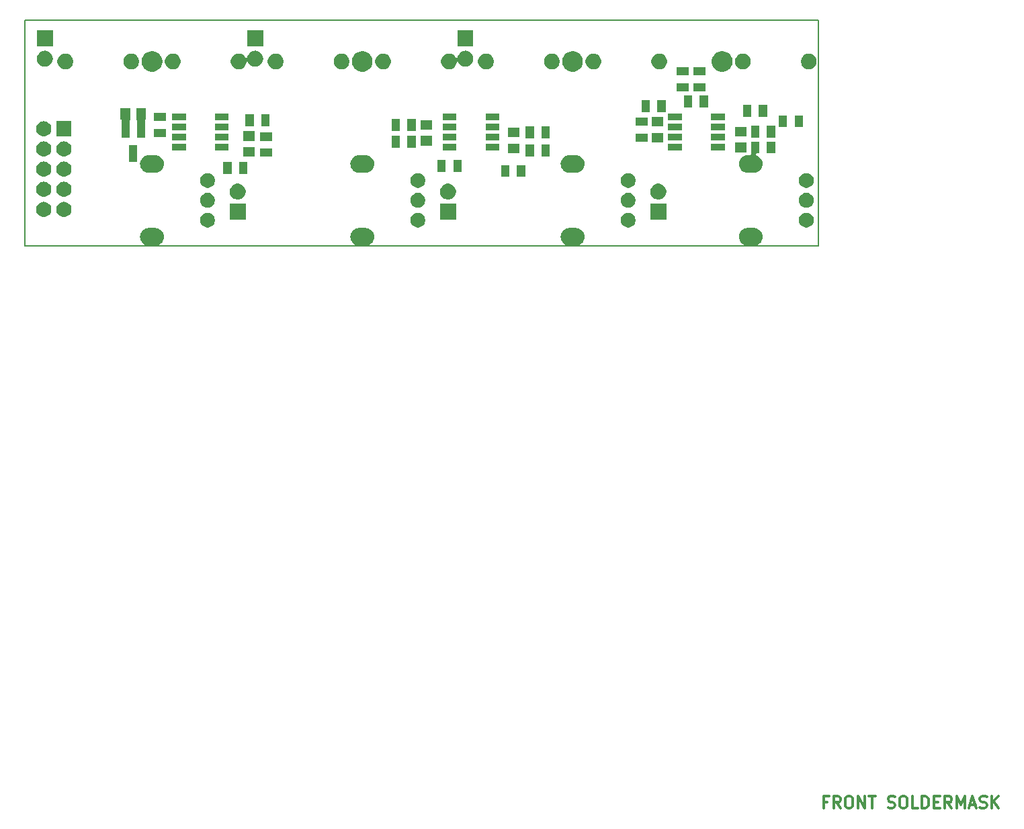
<source format=gts>
G04 #@! TF.GenerationSoftware,KiCad,Pcbnew,(5.0.1)-3*
G04 #@! TF.CreationDate,2019-07-10T07:46:58-07:00*
G04 #@! TF.ProjectId,active_3attMix_v2,6163746976655F336174744D69785F76,V3*
G04 #@! TF.SameCoordinates,Original*
G04 #@! TF.FileFunction,Soldermask,Top*
G04 #@! TF.FilePolarity,Negative*
%FSLAX46Y46*%
G04 Gerber Fmt 4.6, Leading zero omitted, Abs format (unit mm)*
G04 Created by KiCad (PCBNEW (5.0.1)-3) date 7/10/2019 7:46:58 AM*
%MOMM*%
%LPD*%
G01*
G04 APERTURE LIST*
%ADD10C,0.300000*%
%ADD11C,0.150000*%
%ADD12C,0.100000*%
G04 APERTURE END LIST*
D10*
X199616642Y-189313357D02*
X199116642Y-189313357D01*
X199116642Y-190099071D02*
X199116642Y-188599071D01*
X199830928Y-188599071D01*
X201259500Y-190099071D02*
X200759500Y-189384785D01*
X200402357Y-190099071D02*
X200402357Y-188599071D01*
X200973785Y-188599071D01*
X201116642Y-188670500D01*
X201188071Y-188741928D01*
X201259500Y-188884785D01*
X201259500Y-189099071D01*
X201188071Y-189241928D01*
X201116642Y-189313357D01*
X200973785Y-189384785D01*
X200402357Y-189384785D01*
X202188071Y-188599071D02*
X202473785Y-188599071D01*
X202616642Y-188670500D01*
X202759500Y-188813357D01*
X202830928Y-189099071D01*
X202830928Y-189599071D01*
X202759500Y-189884785D01*
X202616642Y-190027642D01*
X202473785Y-190099071D01*
X202188071Y-190099071D01*
X202045214Y-190027642D01*
X201902357Y-189884785D01*
X201830928Y-189599071D01*
X201830928Y-189099071D01*
X201902357Y-188813357D01*
X202045214Y-188670500D01*
X202188071Y-188599071D01*
X203473785Y-190099071D02*
X203473785Y-188599071D01*
X204330928Y-190099071D01*
X204330928Y-188599071D01*
X204830928Y-188599071D02*
X205688071Y-188599071D01*
X205259500Y-190099071D02*
X205259500Y-188599071D01*
X207259500Y-190027642D02*
X207473785Y-190099071D01*
X207830928Y-190099071D01*
X207973785Y-190027642D01*
X208045214Y-189956214D01*
X208116642Y-189813357D01*
X208116642Y-189670500D01*
X208045214Y-189527642D01*
X207973785Y-189456214D01*
X207830928Y-189384785D01*
X207545214Y-189313357D01*
X207402357Y-189241928D01*
X207330928Y-189170500D01*
X207259500Y-189027642D01*
X207259500Y-188884785D01*
X207330928Y-188741928D01*
X207402357Y-188670500D01*
X207545214Y-188599071D01*
X207902357Y-188599071D01*
X208116642Y-188670500D01*
X209045214Y-188599071D02*
X209330928Y-188599071D01*
X209473785Y-188670500D01*
X209616642Y-188813357D01*
X209688071Y-189099071D01*
X209688071Y-189599071D01*
X209616642Y-189884785D01*
X209473785Y-190027642D01*
X209330928Y-190099071D01*
X209045214Y-190099071D01*
X208902357Y-190027642D01*
X208759500Y-189884785D01*
X208688071Y-189599071D01*
X208688071Y-189099071D01*
X208759500Y-188813357D01*
X208902357Y-188670500D01*
X209045214Y-188599071D01*
X211045214Y-190099071D02*
X210330928Y-190099071D01*
X210330928Y-188599071D01*
X211545214Y-190099071D02*
X211545214Y-188599071D01*
X211902357Y-188599071D01*
X212116642Y-188670500D01*
X212259500Y-188813357D01*
X212330928Y-188956214D01*
X212402357Y-189241928D01*
X212402357Y-189456214D01*
X212330928Y-189741928D01*
X212259500Y-189884785D01*
X212116642Y-190027642D01*
X211902357Y-190099071D01*
X211545214Y-190099071D01*
X213045214Y-189313357D02*
X213545214Y-189313357D01*
X213759500Y-190099071D02*
X213045214Y-190099071D01*
X213045214Y-188599071D01*
X213759500Y-188599071D01*
X215259500Y-190099071D02*
X214759500Y-189384785D01*
X214402357Y-190099071D02*
X214402357Y-188599071D01*
X214973785Y-188599071D01*
X215116642Y-188670500D01*
X215188071Y-188741928D01*
X215259500Y-188884785D01*
X215259500Y-189099071D01*
X215188071Y-189241928D01*
X215116642Y-189313357D01*
X214973785Y-189384785D01*
X214402357Y-189384785D01*
X215902357Y-190099071D02*
X215902357Y-188599071D01*
X216402357Y-189670500D01*
X216902357Y-188599071D01*
X216902357Y-190099071D01*
X217545214Y-189670500D02*
X218259500Y-189670500D01*
X217402357Y-190099071D02*
X217902357Y-188599071D01*
X218402357Y-190099071D01*
X218830928Y-190027642D02*
X219045214Y-190099071D01*
X219402357Y-190099071D01*
X219545214Y-190027642D01*
X219616642Y-189956214D01*
X219688071Y-189813357D01*
X219688071Y-189670500D01*
X219616642Y-189527642D01*
X219545214Y-189456214D01*
X219402357Y-189384785D01*
X219116642Y-189313357D01*
X218973785Y-189241928D01*
X218902357Y-189170500D01*
X218830928Y-189027642D01*
X218830928Y-188884785D01*
X218902357Y-188741928D01*
X218973785Y-188670500D01*
X219116642Y-188599071D01*
X219473785Y-188599071D01*
X219688071Y-188670500D01*
X220330928Y-190099071D02*
X220330928Y-188599071D01*
X221188071Y-190099071D02*
X220545214Y-189241928D01*
X221188071Y-188599071D02*
X220330928Y-189456214D01*
D11*
X98501100Y-119238600D02*
X198501100Y-119238600D01*
X198501100Y-119238600D02*
X198501100Y-90768600D01*
X198501100Y-90768600D02*
X98501100Y-90768600D01*
X98501100Y-90768600D02*
X98501100Y-119238600D01*
D12*
G36*
X141615639Y-117015916D02*
X141822986Y-117078815D01*
X141822988Y-117078816D01*
X142014084Y-117180958D01*
X142181581Y-117318419D01*
X142319042Y-117485916D01*
X142421184Y-117677012D01*
X142484084Y-117884362D01*
X142505322Y-118100000D01*
X142484084Y-118315638D01*
X142421184Y-118522988D01*
X142319042Y-118714084D01*
X142181581Y-118881581D01*
X142014084Y-119019042D01*
X141822988Y-119121184D01*
X141822986Y-119121185D01*
X141615639Y-119184084D01*
X141454038Y-119200000D01*
X140545962Y-119200000D01*
X140384361Y-119184084D01*
X140177014Y-119121185D01*
X140177012Y-119121184D01*
X139985916Y-119019042D01*
X139818419Y-118881581D01*
X139680958Y-118714084D01*
X139578816Y-118522988D01*
X139515916Y-118315638D01*
X139494678Y-118100000D01*
X139515916Y-117884362D01*
X139578816Y-117677012D01*
X139680958Y-117485916D01*
X139818419Y-117318419D01*
X139985916Y-117180958D01*
X140177012Y-117078816D01*
X140177014Y-117078815D01*
X140384361Y-117015916D01*
X140545962Y-117000000D01*
X141454038Y-117000000D01*
X141615639Y-117015916D01*
X141615639Y-117015916D01*
G37*
G36*
X168115639Y-117015916D02*
X168322986Y-117078815D01*
X168322988Y-117078816D01*
X168514084Y-117180958D01*
X168681581Y-117318419D01*
X168819042Y-117485916D01*
X168921184Y-117677012D01*
X168984084Y-117884362D01*
X169005322Y-118100000D01*
X168984084Y-118315638D01*
X168921184Y-118522988D01*
X168819042Y-118714084D01*
X168681581Y-118881581D01*
X168514084Y-119019042D01*
X168322988Y-119121184D01*
X168322986Y-119121185D01*
X168115639Y-119184084D01*
X167954038Y-119200000D01*
X167045962Y-119200000D01*
X166884361Y-119184084D01*
X166677014Y-119121185D01*
X166677012Y-119121184D01*
X166485916Y-119019042D01*
X166318419Y-118881581D01*
X166180958Y-118714084D01*
X166078816Y-118522988D01*
X166015916Y-118315638D01*
X165994678Y-118100000D01*
X166015916Y-117884362D01*
X166078816Y-117677012D01*
X166180958Y-117485916D01*
X166318419Y-117318419D01*
X166485916Y-117180958D01*
X166677012Y-117078816D01*
X166677014Y-117078815D01*
X166884361Y-117015916D01*
X167045962Y-117000000D01*
X167954038Y-117000000D01*
X168115639Y-117015916D01*
X168115639Y-117015916D01*
G37*
G36*
X190565639Y-117015916D02*
X190772986Y-117078815D01*
X190772988Y-117078816D01*
X190964084Y-117180958D01*
X191131581Y-117318419D01*
X191269042Y-117485916D01*
X191371184Y-117677012D01*
X191434084Y-117884362D01*
X191455322Y-118100000D01*
X191434084Y-118315638D01*
X191371184Y-118522988D01*
X191269042Y-118714084D01*
X191131581Y-118881581D01*
X190964084Y-119019042D01*
X190772988Y-119121184D01*
X190772986Y-119121185D01*
X190565639Y-119184084D01*
X190404038Y-119200000D01*
X189495962Y-119200000D01*
X189334361Y-119184084D01*
X189127014Y-119121185D01*
X189127012Y-119121184D01*
X188935916Y-119019042D01*
X188768419Y-118881581D01*
X188630958Y-118714084D01*
X188528816Y-118522988D01*
X188465916Y-118315638D01*
X188444678Y-118100000D01*
X188465916Y-117884362D01*
X188528816Y-117677012D01*
X188630958Y-117485916D01*
X188768419Y-117318419D01*
X188935916Y-117180958D01*
X189127012Y-117078816D01*
X189127014Y-117078815D01*
X189334361Y-117015916D01*
X189495962Y-117000000D01*
X190404038Y-117000000D01*
X190565639Y-117015916D01*
X190565639Y-117015916D01*
G37*
G36*
X115115639Y-117015916D02*
X115322986Y-117078815D01*
X115322988Y-117078816D01*
X115514084Y-117180958D01*
X115681581Y-117318419D01*
X115819042Y-117485916D01*
X115921184Y-117677012D01*
X115984084Y-117884362D01*
X116005322Y-118100000D01*
X115984084Y-118315638D01*
X115921184Y-118522988D01*
X115819042Y-118714084D01*
X115681581Y-118881581D01*
X115514084Y-119019042D01*
X115322988Y-119121184D01*
X115322986Y-119121185D01*
X115115639Y-119184084D01*
X114954038Y-119200000D01*
X114045962Y-119200000D01*
X113884361Y-119184084D01*
X113677014Y-119121185D01*
X113677012Y-119121184D01*
X113485916Y-119019042D01*
X113318419Y-118881581D01*
X113180958Y-118714084D01*
X113078816Y-118522988D01*
X113015916Y-118315638D01*
X112994678Y-118100000D01*
X113015916Y-117884362D01*
X113078816Y-117677012D01*
X113180958Y-117485916D01*
X113318419Y-117318419D01*
X113485916Y-117180958D01*
X113677012Y-117078816D01*
X113677014Y-117078815D01*
X113884361Y-117015916D01*
X114045962Y-117000000D01*
X114954038Y-117000000D01*
X115115639Y-117015916D01*
X115115639Y-117015916D01*
G37*
G36*
X197223663Y-115097854D02*
X197394405Y-115168578D01*
X197548068Y-115271252D01*
X197678748Y-115401932D01*
X197781422Y-115555595D01*
X197852146Y-115726337D01*
X197888200Y-115907595D01*
X197888200Y-116092405D01*
X197852146Y-116273663D01*
X197781422Y-116444405D01*
X197678748Y-116598068D01*
X197548068Y-116728748D01*
X197394405Y-116831422D01*
X197223663Y-116902146D01*
X197042405Y-116938200D01*
X196857595Y-116938200D01*
X196676337Y-116902146D01*
X196505595Y-116831422D01*
X196351932Y-116728748D01*
X196221252Y-116598068D01*
X196118578Y-116444405D01*
X196047854Y-116273663D01*
X196011800Y-116092405D01*
X196011800Y-115907595D01*
X196047854Y-115726337D01*
X196118578Y-115555595D01*
X196221252Y-115401932D01*
X196351932Y-115271252D01*
X196505595Y-115168578D01*
X196676337Y-115097854D01*
X196857595Y-115061800D01*
X197042405Y-115061800D01*
X197223663Y-115097854D01*
X197223663Y-115097854D01*
G37*
G36*
X174773663Y-115097854D02*
X174944405Y-115168578D01*
X175098068Y-115271252D01*
X175228748Y-115401932D01*
X175331422Y-115555595D01*
X175402146Y-115726337D01*
X175438200Y-115907595D01*
X175438200Y-116092405D01*
X175402146Y-116273663D01*
X175331422Y-116444405D01*
X175228748Y-116598068D01*
X175098068Y-116728748D01*
X174944405Y-116831422D01*
X174773663Y-116902146D01*
X174592405Y-116938200D01*
X174407595Y-116938200D01*
X174226337Y-116902146D01*
X174055595Y-116831422D01*
X173901932Y-116728748D01*
X173771252Y-116598068D01*
X173668578Y-116444405D01*
X173597854Y-116273663D01*
X173561800Y-116092405D01*
X173561800Y-115907595D01*
X173597854Y-115726337D01*
X173668578Y-115555595D01*
X173771252Y-115401932D01*
X173901932Y-115271252D01*
X174055595Y-115168578D01*
X174226337Y-115097854D01*
X174407595Y-115061800D01*
X174592405Y-115061800D01*
X174773663Y-115097854D01*
X174773663Y-115097854D01*
G37*
G36*
X148273663Y-115097854D02*
X148444405Y-115168578D01*
X148598068Y-115271252D01*
X148728748Y-115401932D01*
X148831422Y-115555595D01*
X148902146Y-115726337D01*
X148938200Y-115907595D01*
X148938200Y-116092405D01*
X148902146Y-116273663D01*
X148831422Y-116444405D01*
X148728748Y-116598068D01*
X148598068Y-116728748D01*
X148444405Y-116831422D01*
X148273663Y-116902146D01*
X148092405Y-116938200D01*
X147907595Y-116938200D01*
X147726337Y-116902146D01*
X147555595Y-116831422D01*
X147401932Y-116728748D01*
X147271252Y-116598068D01*
X147168578Y-116444405D01*
X147097854Y-116273663D01*
X147061800Y-116092405D01*
X147061800Y-115907595D01*
X147097854Y-115726337D01*
X147168578Y-115555595D01*
X147271252Y-115401932D01*
X147401932Y-115271252D01*
X147555595Y-115168578D01*
X147726337Y-115097854D01*
X147907595Y-115061800D01*
X148092405Y-115061800D01*
X148273663Y-115097854D01*
X148273663Y-115097854D01*
G37*
G36*
X121773663Y-115097854D02*
X121944405Y-115168578D01*
X122098068Y-115271252D01*
X122228748Y-115401932D01*
X122331422Y-115555595D01*
X122402146Y-115726337D01*
X122438200Y-115907595D01*
X122438200Y-116092405D01*
X122402146Y-116273663D01*
X122331422Y-116444405D01*
X122228748Y-116598068D01*
X122098068Y-116728748D01*
X121944405Y-116831422D01*
X121773663Y-116902146D01*
X121592405Y-116938200D01*
X121407595Y-116938200D01*
X121226337Y-116902146D01*
X121055595Y-116831422D01*
X120901932Y-116728748D01*
X120771252Y-116598068D01*
X120668578Y-116444405D01*
X120597854Y-116273663D01*
X120561800Y-116092405D01*
X120561800Y-115907595D01*
X120597854Y-115726337D01*
X120668578Y-115555595D01*
X120771252Y-115401932D01*
X120901932Y-115271252D01*
X121055595Y-115168578D01*
X121226337Y-115097854D01*
X121407595Y-115061800D01*
X121592405Y-115061800D01*
X121773663Y-115097854D01*
X121773663Y-115097854D01*
G37*
G36*
X126300000Y-115940000D02*
X124300000Y-115940000D01*
X124300000Y-113940000D01*
X126300000Y-113940000D01*
X126300000Y-115940000D01*
X126300000Y-115940000D01*
G37*
G36*
X179300000Y-115940000D02*
X177300000Y-115940000D01*
X177300000Y-113940000D01*
X179300000Y-113940000D01*
X179300000Y-115940000D01*
X179300000Y-115940000D01*
G37*
G36*
X152800000Y-115940000D02*
X150800000Y-115940000D01*
X150800000Y-113940000D01*
X152800000Y-113940000D01*
X152800000Y-115940000D01*
X152800000Y-115940000D01*
G37*
G36*
X103588900Y-113710342D02*
X103770536Y-113765442D01*
X103770538Y-113765443D01*
X103854238Y-113810181D01*
X103937940Y-113854921D01*
X104084665Y-113975335D01*
X104205079Y-114122060D01*
X104294558Y-114289464D01*
X104349658Y-114471100D01*
X104368262Y-114660000D01*
X104349658Y-114848900D01*
X104294558Y-115030536D01*
X104205079Y-115197940D01*
X104084665Y-115344665D01*
X103937940Y-115465079D01*
X103770536Y-115554558D01*
X103588900Y-115609658D01*
X103447338Y-115623600D01*
X103352662Y-115623600D01*
X103211100Y-115609658D01*
X103029464Y-115554558D01*
X102862060Y-115465079D01*
X102715335Y-115344665D01*
X102594921Y-115197940D01*
X102505442Y-115030536D01*
X102450342Y-114848900D01*
X102431738Y-114660000D01*
X102450342Y-114471100D01*
X102505442Y-114289464D01*
X102594921Y-114122060D01*
X102715335Y-113975335D01*
X102862060Y-113854921D01*
X102945762Y-113810181D01*
X103029462Y-113765443D01*
X103029464Y-113765442D01*
X103211100Y-113710342D01*
X103352662Y-113696400D01*
X103447338Y-113696400D01*
X103588900Y-113710342D01*
X103588900Y-113710342D01*
G37*
G36*
X101048900Y-113710342D02*
X101230536Y-113765442D01*
X101230538Y-113765443D01*
X101314238Y-113810181D01*
X101397940Y-113854921D01*
X101544665Y-113975335D01*
X101665079Y-114122060D01*
X101754558Y-114289464D01*
X101809658Y-114471100D01*
X101828262Y-114660000D01*
X101809658Y-114848900D01*
X101754558Y-115030536D01*
X101665079Y-115197940D01*
X101544665Y-115344665D01*
X101397940Y-115465079D01*
X101230536Y-115554558D01*
X101048900Y-115609658D01*
X100907338Y-115623600D01*
X100812662Y-115623600D01*
X100671100Y-115609658D01*
X100489464Y-115554558D01*
X100322060Y-115465079D01*
X100175335Y-115344665D01*
X100054921Y-115197940D01*
X99965442Y-115030536D01*
X99910342Y-114848900D01*
X99891738Y-114660000D01*
X99910342Y-114471100D01*
X99965442Y-114289464D01*
X100054921Y-114122060D01*
X100175335Y-113975335D01*
X100322060Y-113854921D01*
X100405762Y-113810181D01*
X100489462Y-113765443D01*
X100489464Y-113765442D01*
X100671100Y-113710342D01*
X100812662Y-113696400D01*
X100907338Y-113696400D01*
X101048900Y-113710342D01*
X101048900Y-113710342D01*
G37*
G36*
X174773663Y-112597854D02*
X174944405Y-112668578D01*
X175098068Y-112771252D01*
X175228748Y-112901932D01*
X175331422Y-113055595D01*
X175402146Y-113226337D01*
X175438200Y-113407595D01*
X175438200Y-113592405D01*
X175402146Y-113773663D01*
X175331422Y-113944405D01*
X175228748Y-114098068D01*
X175098068Y-114228748D01*
X174944405Y-114331422D01*
X174773663Y-114402146D01*
X174592405Y-114438200D01*
X174407595Y-114438200D01*
X174226337Y-114402146D01*
X174055595Y-114331422D01*
X173901932Y-114228748D01*
X173771252Y-114098068D01*
X173668578Y-113944405D01*
X173597854Y-113773663D01*
X173561800Y-113592405D01*
X173561800Y-113407595D01*
X173597854Y-113226337D01*
X173668578Y-113055595D01*
X173771252Y-112901932D01*
X173901932Y-112771252D01*
X174055595Y-112668578D01*
X174226337Y-112597854D01*
X174407595Y-112561800D01*
X174592405Y-112561800D01*
X174773663Y-112597854D01*
X174773663Y-112597854D01*
G37*
G36*
X121773663Y-112597854D02*
X121944405Y-112668578D01*
X122098068Y-112771252D01*
X122228748Y-112901932D01*
X122331422Y-113055595D01*
X122402146Y-113226337D01*
X122438200Y-113407595D01*
X122438200Y-113592405D01*
X122402146Y-113773663D01*
X122331422Y-113944405D01*
X122228748Y-114098068D01*
X122098068Y-114228748D01*
X121944405Y-114331422D01*
X121773663Y-114402146D01*
X121592405Y-114438200D01*
X121407595Y-114438200D01*
X121226337Y-114402146D01*
X121055595Y-114331422D01*
X120901932Y-114228748D01*
X120771252Y-114098068D01*
X120668578Y-113944405D01*
X120597854Y-113773663D01*
X120561800Y-113592405D01*
X120561800Y-113407595D01*
X120597854Y-113226337D01*
X120668578Y-113055595D01*
X120771252Y-112901932D01*
X120901932Y-112771252D01*
X121055595Y-112668578D01*
X121226337Y-112597854D01*
X121407595Y-112561800D01*
X121592405Y-112561800D01*
X121773663Y-112597854D01*
X121773663Y-112597854D01*
G37*
G36*
X148273663Y-112597854D02*
X148444405Y-112668578D01*
X148598068Y-112771252D01*
X148728748Y-112901932D01*
X148831422Y-113055595D01*
X148902146Y-113226337D01*
X148938200Y-113407595D01*
X148938200Y-113592405D01*
X148902146Y-113773663D01*
X148831422Y-113944405D01*
X148728748Y-114098068D01*
X148598068Y-114228748D01*
X148444405Y-114331422D01*
X148273663Y-114402146D01*
X148092405Y-114438200D01*
X147907595Y-114438200D01*
X147726337Y-114402146D01*
X147555595Y-114331422D01*
X147401932Y-114228748D01*
X147271252Y-114098068D01*
X147168578Y-113944405D01*
X147097854Y-113773663D01*
X147061800Y-113592405D01*
X147061800Y-113407595D01*
X147097854Y-113226337D01*
X147168578Y-113055595D01*
X147271252Y-112901932D01*
X147401932Y-112771252D01*
X147555595Y-112668578D01*
X147726337Y-112597854D01*
X147907595Y-112561800D01*
X148092405Y-112561800D01*
X148273663Y-112597854D01*
X148273663Y-112597854D01*
G37*
G36*
X197223663Y-112597854D02*
X197394405Y-112668578D01*
X197548068Y-112771252D01*
X197678748Y-112901932D01*
X197781422Y-113055595D01*
X197852146Y-113226337D01*
X197888200Y-113407595D01*
X197888200Y-113592405D01*
X197852146Y-113773663D01*
X197781422Y-113944405D01*
X197678748Y-114098068D01*
X197548068Y-114228748D01*
X197394405Y-114331422D01*
X197223663Y-114402146D01*
X197042405Y-114438200D01*
X196857595Y-114438200D01*
X196676337Y-114402146D01*
X196505595Y-114331422D01*
X196351932Y-114228748D01*
X196221252Y-114098068D01*
X196118578Y-113944405D01*
X196047854Y-113773663D01*
X196011800Y-113592405D01*
X196011800Y-113407595D01*
X196047854Y-113226337D01*
X196118578Y-113055595D01*
X196221252Y-112901932D01*
X196351932Y-112771252D01*
X196505595Y-112668578D01*
X196676337Y-112597854D01*
X196857595Y-112561800D01*
X197042405Y-112561800D01*
X197223663Y-112597854D01*
X197223663Y-112597854D01*
G37*
G36*
X151975770Y-111415372D02*
X152091689Y-111438429D01*
X152273678Y-111513811D01*
X152437463Y-111623249D01*
X152576751Y-111762537D01*
X152686189Y-111926322D01*
X152761571Y-112108311D01*
X152800000Y-112301509D01*
X152800000Y-112498491D01*
X152761571Y-112691689D01*
X152686189Y-112873678D01*
X152576751Y-113037463D01*
X152437463Y-113176751D01*
X152273678Y-113286189D01*
X152091689Y-113361571D01*
X151975770Y-113384628D01*
X151898493Y-113400000D01*
X151701507Y-113400000D01*
X151624230Y-113384628D01*
X151508311Y-113361571D01*
X151326322Y-113286189D01*
X151162537Y-113176751D01*
X151023249Y-113037463D01*
X150913811Y-112873678D01*
X150838429Y-112691689D01*
X150800000Y-112498491D01*
X150800000Y-112301509D01*
X150838429Y-112108311D01*
X150913811Y-111926322D01*
X151023249Y-111762537D01*
X151162537Y-111623249D01*
X151326322Y-111513811D01*
X151508311Y-111438429D01*
X151624230Y-111415372D01*
X151701507Y-111400000D01*
X151898493Y-111400000D01*
X151975770Y-111415372D01*
X151975770Y-111415372D01*
G37*
G36*
X178475770Y-111415372D02*
X178591689Y-111438429D01*
X178773678Y-111513811D01*
X178937463Y-111623249D01*
X179076751Y-111762537D01*
X179186189Y-111926322D01*
X179261571Y-112108311D01*
X179300000Y-112301509D01*
X179300000Y-112498491D01*
X179261571Y-112691689D01*
X179186189Y-112873678D01*
X179076751Y-113037463D01*
X178937463Y-113176751D01*
X178773678Y-113286189D01*
X178591689Y-113361571D01*
X178475770Y-113384628D01*
X178398493Y-113400000D01*
X178201507Y-113400000D01*
X178124230Y-113384628D01*
X178008311Y-113361571D01*
X177826322Y-113286189D01*
X177662537Y-113176751D01*
X177523249Y-113037463D01*
X177413811Y-112873678D01*
X177338429Y-112691689D01*
X177300000Y-112498491D01*
X177300000Y-112301509D01*
X177338429Y-112108311D01*
X177413811Y-111926322D01*
X177523249Y-111762537D01*
X177662537Y-111623249D01*
X177826322Y-111513811D01*
X178008311Y-111438429D01*
X178124230Y-111415372D01*
X178201507Y-111400000D01*
X178398493Y-111400000D01*
X178475770Y-111415372D01*
X178475770Y-111415372D01*
G37*
G36*
X125475770Y-111415372D02*
X125591689Y-111438429D01*
X125773678Y-111513811D01*
X125937463Y-111623249D01*
X126076751Y-111762537D01*
X126186189Y-111926322D01*
X126261571Y-112108311D01*
X126300000Y-112301509D01*
X126300000Y-112498491D01*
X126261571Y-112691689D01*
X126186189Y-112873678D01*
X126076751Y-113037463D01*
X125937463Y-113176751D01*
X125773678Y-113286189D01*
X125591689Y-113361571D01*
X125475770Y-113384628D01*
X125398493Y-113400000D01*
X125201507Y-113400000D01*
X125124230Y-113384628D01*
X125008311Y-113361571D01*
X124826322Y-113286189D01*
X124662537Y-113176751D01*
X124523249Y-113037463D01*
X124413811Y-112873678D01*
X124338429Y-112691689D01*
X124300000Y-112498491D01*
X124300000Y-112301509D01*
X124338429Y-112108311D01*
X124413811Y-111926322D01*
X124523249Y-111762537D01*
X124662537Y-111623249D01*
X124826322Y-111513811D01*
X125008311Y-111438429D01*
X125124230Y-111415372D01*
X125201507Y-111400000D01*
X125398493Y-111400000D01*
X125475770Y-111415372D01*
X125475770Y-111415372D01*
G37*
G36*
X103588900Y-111170342D02*
X103770536Y-111225442D01*
X103937940Y-111314921D01*
X104084665Y-111435335D01*
X104205079Y-111582060D01*
X104294558Y-111749464D01*
X104349658Y-111931100D01*
X104368262Y-112120000D01*
X104349658Y-112308900D01*
X104294558Y-112490536D01*
X104205079Y-112657940D01*
X104084665Y-112804665D01*
X103937940Y-112925079D01*
X103770536Y-113014558D01*
X103588900Y-113069658D01*
X103447338Y-113083600D01*
X103352662Y-113083600D01*
X103211100Y-113069658D01*
X103029464Y-113014558D01*
X102862060Y-112925079D01*
X102715335Y-112804665D01*
X102594921Y-112657940D01*
X102505442Y-112490536D01*
X102450342Y-112308900D01*
X102431738Y-112120000D01*
X102450342Y-111931100D01*
X102505442Y-111749464D01*
X102594921Y-111582060D01*
X102715335Y-111435335D01*
X102862060Y-111314921D01*
X103029464Y-111225442D01*
X103211100Y-111170342D01*
X103352662Y-111156400D01*
X103447338Y-111156400D01*
X103588900Y-111170342D01*
X103588900Y-111170342D01*
G37*
G36*
X101048900Y-111170342D02*
X101230536Y-111225442D01*
X101397940Y-111314921D01*
X101544665Y-111435335D01*
X101665079Y-111582060D01*
X101754558Y-111749464D01*
X101809658Y-111931100D01*
X101828262Y-112120000D01*
X101809658Y-112308900D01*
X101754558Y-112490536D01*
X101665079Y-112657940D01*
X101544665Y-112804665D01*
X101397940Y-112925079D01*
X101230536Y-113014558D01*
X101048900Y-113069658D01*
X100907338Y-113083600D01*
X100812662Y-113083600D01*
X100671100Y-113069658D01*
X100489464Y-113014558D01*
X100322060Y-112925079D01*
X100175335Y-112804665D01*
X100054921Y-112657940D01*
X99965442Y-112490536D01*
X99910342Y-112308900D01*
X99891738Y-112120000D01*
X99910342Y-111931100D01*
X99965442Y-111749464D01*
X100054921Y-111582060D01*
X100175335Y-111435335D01*
X100322060Y-111314921D01*
X100489464Y-111225442D01*
X100671100Y-111170342D01*
X100812662Y-111156400D01*
X100907338Y-111156400D01*
X101048900Y-111170342D01*
X101048900Y-111170342D01*
G37*
G36*
X174773663Y-110097854D02*
X174944405Y-110168578D01*
X175098068Y-110271252D01*
X175228748Y-110401932D01*
X175331422Y-110555595D01*
X175402146Y-110726337D01*
X175438200Y-110907595D01*
X175438200Y-111092405D01*
X175402146Y-111273663D01*
X175331422Y-111444405D01*
X175228748Y-111598068D01*
X175098068Y-111728748D01*
X174944405Y-111831422D01*
X174773663Y-111902146D01*
X174592405Y-111938200D01*
X174407595Y-111938200D01*
X174226337Y-111902146D01*
X174055595Y-111831422D01*
X173901932Y-111728748D01*
X173771252Y-111598068D01*
X173668578Y-111444405D01*
X173597854Y-111273663D01*
X173561800Y-111092405D01*
X173561800Y-110907595D01*
X173597854Y-110726337D01*
X173668578Y-110555595D01*
X173771252Y-110401932D01*
X173901932Y-110271252D01*
X174055595Y-110168578D01*
X174226337Y-110097854D01*
X174407595Y-110061800D01*
X174592405Y-110061800D01*
X174773663Y-110097854D01*
X174773663Y-110097854D01*
G37*
G36*
X148273663Y-110097854D02*
X148444405Y-110168578D01*
X148598068Y-110271252D01*
X148728748Y-110401932D01*
X148831422Y-110555595D01*
X148902146Y-110726337D01*
X148938200Y-110907595D01*
X148938200Y-111092405D01*
X148902146Y-111273663D01*
X148831422Y-111444405D01*
X148728748Y-111598068D01*
X148598068Y-111728748D01*
X148444405Y-111831422D01*
X148273663Y-111902146D01*
X148092405Y-111938200D01*
X147907595Y-111938200D01*
X147726337Y-111902146D01*
X147555595Y-111831422D01*
X147401932Y-111728748D01*
X147271252Y-111598068D01*
X147168578Y-111444405D01*
X147097854Y-111273663D01*
X147061800Y-111092405D01*
X147061800Y-110907595D01*
X147097854Y-110726337D01*
X147168578Y-110555595D01*
X147271252Y-110401932D01*
X147401932Y-110271252D01*
X147555595Y-110168578D01*
X147726337Y-110097854D01*
X147907595Y-110061800D01*
X148092405Y-110061800D01*
X148273663Y-110097854D01*
X148273663Y-110097854D01*
G37*
G36*
X121773663Y-110097854D02*
X121944405Y-110168578D01*
X122098068Y-110271252D01*
X122228748Y-110401932D01*
X122331422Y-110555595D01*
X122402146Y-110726337D01*
X122438200Y-110907595D01*
X122438200Y-111092405D01*
X122402146Y-111273663D01*
X122331422Y-111444405D01*
X122228748Y-111598068D01*
X122098068Y-111728748D01*
X121944405Y-111831422D01*
X121773663Y-111902146D01*
X121592405Y-111938200D01*
X121407595Y-111938200D01*
X121226337Y-111902146D01*
X121055595Y-111831422D01*
X120901932Y-111728748D01*
X120771252Y-111598068D01*
X120668578Y-111444405D01*
X120597854Y-111273663D01*
X120561800Y-111092405D01*
X120561800Y-110907595D01*
X120597854Y-110726337D01*
X120668578Y-110555595D01*
X120771252Y-110401932D01*
X120901932Y-110271252D01*
X121055595Y-110168578D01*
X121226337Y-110097854D01*
X121407595Y-110061800D01*
X121592405Y-110061800D01*
X121773663Y-110097854D01*
X121773663Y-110097854D01*
G37*
G36*
X197223663Y-110097854D02*
X197394405Y-110168578D01*
X197548068Y-110271252D01*
X197678748Y-110401932D01*
X197781422Y-110555595D01*
X197852146Y-110726337D01*
X197888200Y-110907595D01*
X197888200Y-111092405D01*
X197852146Y-111273663D01*
X197781422Y-111444405D01*
X197678748Y-111598068D01*
X197548068Y-111728748D01*
X197394405Y-111831422D01*
X197223663Y-111902146D01*
X197042405Y-111938200D01*
X196857595Y-111938200D01*
X196676337Y-111902146D01*
X196505595Y-111831422D01*
X196351932Y-111728748D01*
X196221252Y-111598068D01*
X196118578Y-111444405D01*
X196047854Y-111273663D01*
X196011800Y-111092405D01*
X196011800Y-110907595D01*
X196047854Y-110726337D01*
X196118578Y-110555595D01*
X196221252Y-110401932D01*
X196351932Y-110271252D01*
X196505595Y-110168578D01*
X196676337Y-110097854D01*
X196857595Y-110061800D01*
X197042405Y-110061800D01*
X197223663Y-110097854D01*
X197223663Y-110097854D01*
G37*
G36*
X161525000Y-110550000D02*
X160475000Y-110550000D01*
X160475000Y-109050000D01*
X161525000Y-109050000D01*
X161525000Y-110550000D01*
X161525000Y-110550000D01*
G37*
G36*
X159525000Y-110550000D02*
X158475000Y-110550000D01*
X158475000Y-109050000D01*
X159525000Y-109050000D01*
X159525000Y-110550000D01*
X159525000Y-110550000D01*
G37*
G36*
X101048900Y-108630342D02*
X101230536Y-108685442D01*
X101397940Y-108774921D01*
X101544665Y-108895335D01*
X101665079Y-109042060D01*
X101754558Y-109209464D01*
X101809658Y-109391100D01*
X101828262Y-109580000D01*
X101809658Y-109768900D01*
X101754558Y-109950536D01*
X101665079Y-110117940D01*
X101544665Y-110264665D01*
X101397940Y-110385079D01*
X101230536Y-110474558D01*
X101048900Y-110529658D01*
X100907338Y-110543600D01*
X100812662Y-110543600D01*
X100671100Y-110529658D01*
X100489464Y-110474558D01*
X100322060Y-110385079D01*
X100175335Y-110264665D01*
X100054921Y-110117940D01*
X99965442Y-109950536D01*
X99910342Y-109768900D01*
X99891738Y-109580000D01*
X99910342Y-109391100D01*
X99965442Y-109209464D01*
X100054921Y-109042060D01*
X100175335Y-108895335D01*
X100322060Y-108774921D01*
X100489464Y-108685442D01*
X100671100Y-108630342D01*
X100812662Y-108616400D01*
X100907338Y-108616400D01*
X101048900Y-108630342D01*
X101048900Y-108630342D01*
G37*
G36*
X103588900Y-108630342D02*
X103770536Y-108685442D01*
X103937940Y-108774921D01*
X104084665Y-108895335D01*
X104205079Y-109042060D01*
X104294558Y-109209464D01*
X104349658Y-109391100D01*
X104368262Y-109580000D01*
X104349658Y-109768900D01*
X104294558Y-109950536D01*
X104205079Y-110117940D01*
X104084665Y-110264665D01*
X103937940Y-110385079D01*
X103770536Y-110474558D01*
X103588900Y-110529658D01*
X103447338Y-110543600D01*
X103352662Y-110543600D01*
X103211100Y-110529658D01*
X103029464Y-110474558D01*
X102862060Y-110385079D01*
X102715335Y-110264665D01*
X102594921Y-110117940D01*
X102505442Y-109950536D01*
X102450342Y-109768900D01*
X102431738Y-109580000D01*
X102450342Y-109391100D01*
X102505442Y-109209464D01*
X102594921Y-109042060D01*
X102715335Y-108895335D01*
X102862060Y-108774921D01*
X103029464Y-108685442D01*
X103211100Y-108630342D01*
X103352662Y-108616400D01*
X103447338Y-108616400D01*
X103588900Y-108630342D01*
X103588900Y-108630342D01*
G37*
G36*
X124525000Y-110150000D02*
X123475000Y-110150000D01*
X123475000Y-108650000D01*
X124525000Y-108650000D01*
X124525000Y-110150000D01*
X124525000Y-110150000D01*
G37*
G36*
X126525000Y-110150000D02*
X125475000Y-110150000D01*
X125475000Y-108650000D01*
X126525000Y-108650000D01*
X126525000Y-110150000D01*
X126525000Y-110150000D01*
G37*
G36*
X191025000Y-107600000D02*
X190696538Y-107600000D01*
X190672152Y-107602402D01*
X190648703Y-107609515D01*
X190627092Y-107621066D01*
X190608150Y-107636612D01*
X190592604Y-107655554D01*
X190581053Y-107677165D01*
X190573940Y-107700614D01*
X190571538Y-107725000D01*
X190573940Y-107749386D01*
X190581053Y-107772835D01*
X190592604Y-107794446D01*
X190608150Y-107813388D01*
X190627092Y-107828934D01*
X190660252Y-107844617D01*
X190772986Y-107878815D01*
X190772988Y-107878816D01*
X190964084Y-107980958D01*
X191131581Y-108118419D01*
X191269042Y-108285916D01*
X191356746Y-108450000D01*
X191371185Y-108477014D01*
X191434084Y-108684361D01*
X191455322Y-108900000D01*
X191434084Y-109115639D01*
X191405623Y-109209462D01*
X191371184Y-109322988D01*
X191269042Y-109514084D01*
X191131581Y-109681581D01*
X190964084Y-109819042D01*
X190772988Y-109921184D01*
X190772986Y-109921185D01*
X190565639Y-109984084D01*
X190404038Y-110000000D01*
X189495962Y-110000000D01*
X189334361Y-109984084D01*
X189127014Y-109921185D01*
X189127012Y-109921184D01*
X188935916Y-109819042D01*
X188768419Y-109681581D01*
X188630958Y-109514084D01*
X188528816Y-109322988D01*
X188494378Y-109209462D01*
X188465916Y-109115639D01*
X188444678Y-108900000D01*
X188465916Y-108684361D01*
X188528815Y-108477014D01*
X188543254Y-108450000D01*
X188630958Y-108285916D01*
X188768419Y-108118419D01*
X188935916Y-107980958D01*
X189127012Y-107878816D01*
X189127014Y-107878815D01*
X189334361Y-107815916D01*
X189495962Y-107800000D01*
X189850000Y-107800000D01*
X189874386Y-107797598D01*
X189897835Y-107790485D01*
X189919446Y-107778934D01*
X189938388Y-107763388D01*
X189953934Y-107744446D01*
X189965485Y-107722835D01*
X189972598Y-107699386D01*
X189975000Y-107675000D01*
X189975000Y-106100000D01*
X191025000Y-106100000D01*
X191025000Y-107600000D01*
X191025000Y-107600000D01*
G37*
G36*
X168115639Y-107815916D02*
X168322986Y-107878815D01*
X168322988Y-107878816D01*
X168514084Y-107980958D01*
X168681581Y-108118419D01*
X168819042Y-108285916D01*
X168906746Y-108450000D01*
X168921185Y-108477014D01*
X168984084Y-108684361D01*
X169005322Y-108900000D01*
X168984084Y-109115639D01*
X168955623Y-109209462D01*
X168921184Y-109322988D01*
X168819042Y-109514084D01*
X168681581Y-109681581D01*
X168514084Y-109819042D01*
X168322988Y-109921184D01*
X168322986Y-109921185D01*
X168115639Y-109984084D01*
X167954038Y-110000000D01*
X167045962Y-110000000D01*
X166884361Y-109984084D01*
X166677014Y-109921185D01*
X166677012Y-109921184D01*
X166485916Y-109819042D01*
X166318419Y-109681581D01*
X166180958Y-109514084D01*
X166078816Y-109322988D01*
X166044378Y-109209462D01*
X166015916Y-109115639D01*
X165994678Y-108900000D01*
X166015916Y-108684361D01*
X166078815Y-108477014D01*
X166093254Y-108450000D01*
X166180958Y-108285916D01*
X166318419Y-108118419D01*
X166485916Y-107980958D01*
X166677012Y-107878816D01*
X166677014Y-107878815D01*
X166884361Y-107815916D01*
X167045962Y-107800000D01*
X167954038Y-107800000D01*
X168115639Y-107815916D01*
X168115639Y-107815916D01*
G37*
G36*
X115115639Y-107815916D02*
X115322986Y-107878815D01*
X115322988Y-107878816D01*
X115514084Y-107980958D01*
X115681581Y-108118419D01*
X115819042Y-108285916D01*
X115906746Y-108450000D01*
X115921185Y-108477014D01*
X115984084Y-108684361D01*
X116005322Y-108900000D01*
X115984084Y-109115639D01*
X115955623Y-109209462D01*
X115921184Y-109322988D01*
X115819042Y-109514084D01*
X115681581Y-109681581D01*
X115514084Y-109819042D01*
X115322988Y-109921184D01*
X115322986Y-109921185D01*
X115115639Y-109984084D01*
X114954038Y-110000000D01*
X114045962Y-110000000D01*
X113884361Y-109984084D01*
X113677014Y-109921185D01*
X113677012Y-109921184D01*
X113485916Y-109819042D01*
X113318419Y-109681581D01*
X113180958Y-109514084D01*
X113078816Y-109322988D01*
X113044378Y-109209462D01*
X113015916Y-109115639D01*
X112994678Y-108900000D01*
X113015916Y-108684361D01*
X113078815Y-108477014D01*
X113093254Y-108450000D01*
X113180958Y-108285916D01*
X113318419Y-108118419D01*
X113485916Y-107980958D01*
X113677012Y-107878816D01*
X113677014Y-107878815D01*
X113884361Y-107815916D01*
X114045962Y-107800000D01*
X114954038Y-107800000D01*
X115115639Y-107815916D01*
X115115639Y-107815916D01*
G37*
G36*
X141615639Y-107815916D02*
X141822986Y-107878815D01*
X141822988Y-107878816D01*
X142014084Y-107980958D01*
X142181581Y-108118419D01*
X142319042Y-108285916D01*
X142406746Y-108450000D01*
X142421185Y-108477014D01*
X142484084Y-108684361D01*
X142505322Y-108900000D01*
X142484084Y-109115639D01*
X142455623Y-109209462D01*
X142421184Y-109322988D01*
X142319042Y-109514084D01*
X142181581Y-109681581D01*
X142014084Y-109819042D01*
X141822988Y-109921184D01*
X141822986Y-109921185D01*
X141615639Y-109984084D01*
X141454038Y-110000000D01*
X140545962Y-110000000D01*
X140384361Y-109984084D01*
X140177014Y-109921185D01*
X140177012Y-109921184D01*
X139985916Y-109819042D01*
X139818419Y-109681581D01*
X139680958Y-109514084D01*
X139578816Y-109322988D01*
X139544378Y-109209462D01*
X139515916Y-109115639D01*
X139494678Y-108900000D01*
X139515916Y-108684361D01*
X139578815Y-108477014D01*
X139593254Y-108450000D01*
X139680958Y-108285916D01*
X139818419Y-108118419D01*
X139985916Y-107980958D01*
X140177012Y-107878816D01*
X140177014Y-107878815D01*
X140384361Y-107815916D01*
X140545962Y-107800000D01*
X141454038Y-107800000D01*
X141615639Y-107815916D01*
X141615639Y-107815916D01*
G37*
G36*
X151525000Y-109950000D02*
X150475000Y-109950000D01*
X150475000Y-108450000D01*
X151525000Y-108450000D01*
X151525000Y-109950000D01*
X151525000Y-109950000D01*
G37*
G36*
X153525000Y-109950000D02*
X152475000Y-109950000D01*
X152475000Y-108450000D01*
X153525000Y-108450000D01*
X153525000Y-109950000D01*
X153525000Y-109950000D01*
G37*
G36*
X112650000Y-108650000D02*
X111650000Y-108650000D01*
X111650000Y-106550000D01*
X112650000Y-106550000D01*
X112650000Y-108650000D01*
X112650000Y-108650000D01*
G37*
G36*
X129650000Y-108025000D02*
X128150000Y-108025000D01*
X128150000Y-106975000D01*
X129650000Y-106975000D01*
X129650000Y-108025000D01*
X129650000Y-108025000D01*
G37*
G36*
X103588900Y-106090342D02*
X103770536Y-106145442D01*
X103937940Y-106234921D01*
X104084665Y-106355335D01*
X104205079Y-106502060D01*
X104294558Y-106669464D01*
X104349658Y-106851100D01*
X104368262Y-107040000D01*
X104349658Y-107228900D01*
X104294558Y-107410536D01*
X104205079Y-107577940D01*
X104084665Y-107724665D01*
X103937940Y-107845079D01*
X103770536Y-107934558D01*
X103588900Y-107989658D01*
X103447338Y-108003600D01*
X103352662Y-108003600D01*
X103211100Y-107989658D01*
X103029464Y-107934558D01*
X102862060Y-107845079D01*
X102715335Y-107724665D01*
X102594921Y-107577940D01*
X102505442Y-107410536D01*
X102450342Y-107228900D01*
X102431738Y-107040000D01*
X102450342Y-106851100D01*
X102505442Y-106669464D01*
X102594921Y-106502060D01*
X102715335Y-106355335D01*
X102862060Y-106234921D01*
X103029464Y-106145442D01*
X103211100Y-106090342D01*
X103352662Y-106076400D01*
X103447338Y-106076400D01*
X103588900Y-106090342D01*
X103588900Y-106090342D01*
G37*
G36*
X101048900Y-106090342D02*
X101230536Y-106145442D01*
X101397940Y-106234921D01*
X101544665Y-106355335D01*
X101665079Y-106502060D01*
X101754558Y-106669464D01*
X101809658Y-106851100D01*
X101828262Y-107040000D01*
X101809658Y-107228900D01*
X101754558Y-107410536D01*
X101665079Y-107577940D01*
X101544665Y-107724665D01*
X101397940Y-107845079D01*
X101230536Y-107934558D01*
X101048900Y-107989658D01*
X100907338Y-108003600D01*
X100812662Y-108003600D01*
X100671100Y-107989658D01*
X100489464Y-107934558D01*
X100322060Y-107845079D01*
X100175335Y-107724665D01*
X100054921Y-107577940D01*
X99965442Y-107410536D01*
X99910342Y-107228900D01*
X99891738Y-107040000D01*
X99910342Y-106851100D01*
X99965442Y-106669464D01*
X100054921Y-106502060D01*
X100175335Y-106355335D01*
X100322060Y-106234921D01*
X100489464Y-106145442D01*
X100671100Y-106090342D01*
X100812662Y-106076400D01*
X100907338Y-106076400D01*
X101048900Y-106090342D01*
X101048900Y-106090342D01*
G37*
G36*
X164625000Y-108000000D02*
X163575000Y-108000000D01*
X163575000Y-106500000D01*
X164625000Y-106500000D01*
X164625000Y-108000000D01*
X164625000Y-108000000D01*
G37*
G36*
X162625000Y-108000000D02*
X161575000Y-108000000D01*
X161575000Y-106500000D01*
X162625000Y-106500000D01*
X162625000Y-108000000D01*
X162625000Y-108000000D01*
G37*
G36*
X127425000Y-108000000D02*
X125975000Y-108000000D01*
X125975000Y-106800000D01*
X127425000Y-106800000D01*
X127425000Y-108000000D01*
X127425000Y-108000000D01*
G37*
G36*
X193025000Y-107600000D02*
X191975000Y-107600000D01*
X191975000Y-106100000D01*
X193025000Y-106100000D01*
X193025000Y-107600000D01*
X193025000Y-107600000D01*
G37*
G36*
X160825000Y-107550000D02*
X159375000Y-107550000D01*
X159375000Y-106350000D01*
X160825000Y-106350000D01*
X160825000Y-107550000D01*
X160825000Y-107550000D01*
G37*
G36*
X189425000Y-107450000D02*
X187975000Y-107450000D01*
X187975000Y-106250000D01*
X189425000Y-106250000D01*
X189425000Y-107450000D01*
X189425000Y-107450000D01*
G37*
G36*
X181275000Y-107205000D02*
X179525000Y-107205000D01*
X179525000Y-106405000D01*
X181275000Y-106405000D01*
X181275000Y-107205000D01*
X181275000Y-107205000D01*
G37*
G36*
X186675000Y-107205000D02*
X184925000Y-107205000D01*
X184925000Y-106405000D01*
X186675000Y-106405000D01*
X186675000Y-107205000D01*
X186675000Y-107205000D01*
G37*
G36*
X152875000Y-107205000D02*
X151125000Y-107205000D01*
X151125000Y-106405000D01*
X152875000Y-106405000D01*
X152875000Y-107205000D01*
X152875000Y-107205000D01*
G37*
G36*
X124175000Y-107205000D02*
X122425000Y-107205000D01*
X122425000Y-106405000D01*
X124175000Y-106405000D01*
X124175000Y-107205000D01*
X124175000Y-107205000D01*
G37*
G36*
X118775000Y-107205000D02*
X117025000Y-107205000D01*
X117025000Y-106405000D01*
X118775000Y-106405000D01*
X118775000Y-107205000D01*
X118775000Y-107205000D01*
G37*
G36*
X158275000Y-107205000D02*
X156525000Y-107205000D01*
X156525000Y-106405000D01*
X158275000Y-106405000D01*
X158275000Y-107205000D01*
X158275000Y-107205000D01*
G37*
G36*
X147725000Y-106850000D02*
X146675000Y-106850000D01*
X146675000Y-105350000D01*
X147725000Y-105350000D01*
X147725000Y-106850000D01*
X147725000Y-106850000D01*
G37*
G36*
X145725000Y-106850000D02*
X144675000Y-106850000D01*
X144675000Y-105350000D01*
X145725000Y-105350000D01*
X145725000Y-106850000D01*
X145725000Y-106850000D01*
G37*
G36*
X149825000Y-106600000D02*
X148375000Y-106600000D01*
X148375000Y-105400000D01*
X149825000Y-105400000D01*
X149825000Y-106600000D01*
X149825000Y-106600000D01*
G37*
G36*
X178925000Y-106200000D02*
X177475000Y-106200000D01*
X177475000Y-105000000D01*
X178925000Y-105000000D01*
X178925000Y-106200000D01*
X178925000Y-106200000D01*
G37*
G36*
X176950000Y-106125000D02*
X175450000Y-106125000D01*
X175450000Y-105075000D01*
X176950000Y-105075000D01*
X176950000Y-106125000D01*
X176950000Y-106125000D01*
G37*
G36*
X129650000Y-106025000D02*
X128150000Y-106025000D01*
X128150000Y-104975000D01*
X129650000Y-104975000D01*
X129650000Y-106025000D01*
X129650000Y-106025000D01*
G37*
G36*
X127425000Y-106000000D02*
X125975000Y-106000000D01*
X125975000Y-104800000D01*
X127425000Y-104800000D01*
X127425000Y-106000000D01*
X127425000Y-106000000D01*
G37*
G36*
X158275000Y-105935000D02*
X156525000Y-105935000D01*
X156525000Y-105135000D01*
X158275000Y-105135000D01*
X158275000Y-105935000D01*
X158275000Y-105935000D01*
G37*
G36*
X186675000Y-105935000D02*
X184925000Y-105935000D01*
X184925000Y-105135000D01*
X186675000Y-105135000D01*
X186675000Y-105935000D01*
X186675000Y-105935000D01*
G37*
G36*
X181275000Y-105935000D02*
X179525000Y-105935000D01*
X179525000Y-105135000D01*
X181275000Y-105135000D01*
X181275000Y-105935000D01*
X181275000Y-105935000D01*
G37*
G36*
X152875000Y-105935000D02*
X151125000Y-105935000D01*
X151125000Y-105135000D01*
X152875000Y-105135000D01*
X152875000Y-105935000D01*
X152875000Y-105935000D01*
G37*
G36*
X118775000Y-105935000D02*
X117025000Y-105935000D01*
X117025000Y-105135000D01*
X118775000Y-105135000D01*
X118775000Y-105935000D01*
X118775000Y-105935000D01*
G37*
G36*
X124175000Y-105935000D02*
X122425000Y-105935000D01*
X122425000Y-105135000D01*
X124175000Y-105135000D01*
X124175000Y-105935000D01*
X124175000Y-105935000D01*
G37*
G36*
X162625000Y-105700000D02*
X161575000Y-105700000D01*
X161575000Y-104200000D01*
X162625000Y-104200000D01*
X162625000Y-105700000D01*
X162625000Y-105700000D01*
G37*
G36*
X164625000Y-105700000D02*
X163575000Y-105700000D01*
X163575000Y-104200000D01*
X164625000Y-104200000D01*
X164625000Y-105700000D01*
X164625000Y-105700000D01*
G37*
G36*
X113750000Y-103325000D02*
X113725000Y-103325000D01*
X113700614Y-103327402D01*
X113677165Y-103334515D01*
X113655554Y-103346066D01*
X113636612Y-103361612D01*
X113621066Y-103380554D01*
X113609515Y-103402165D01*
X113602402Y-103425614D01*
X113600000Y-103450000D01*
X113600000Y-105650000D01*
X112600000Y-105650000D01*
X112600000Y-103450000D01*
X112597598Y-103425614D01*
X112590485Y-103402165D01*
X112578934Y-103380554D01*
X112563388Y-103361612D01*
X112550000Y-103350624D01*
X112550000Y-101875000D01*
X113750000Y-101875000D01*
X113750000Y-103325000D01*
X113750000Y-103325000D01*
G37*
G36*
X111750000Y-103350624D02*
X111736612Y-103361612D01*
X111721066Y-103380554D01*
X111709515Y-103402165D01*
X111702402Y-103425614D01*
X111700000Y-103450000D01*
X111700000Y-105650000D01*
X110700000Y-105650000D01*
X110700000Y-103450000D01*
X110697598Y-103425614D01*
X110690485Y-103402165D01*
X110678934Y-103380554D01*
X110663388Y-103361612D01*
X110644446Y-103346066D01*
X110622835Y-103334515D01*
X110599386Y-103327402D01*
X110575000Y-103325000D01*
X110550000Y-103325000D01*
X110550000Y-101875000D01*
X111750000Y-101875000D01*
X111750000Y-103350624D01*
X111750000Y-103350624D01*
G37*
G36*
X193025000Y-105600000D02*
X191975000Y-105600000D01*
X191975000Y-104100000D01*
X193025000Y-104100000D01*
X193025000Y-105600000D01*
X193025000Y-105600000D01*
G37*
G36*
X191025000Y-105600000D02*
X189975000Y-105600000D01*
X189975000Y-104100000D01*
X191025000Y-104100000D01*
X191025000Y-105600000D01*
X191025000Y-105600000D01*
G37*
G36*
X160825000Y-105550000D02*
X159375000Y-105550000D01*
X159375000Y-104350000D01*
X160825000Y-104350000D01*
X160825000Y-105550000D01*
X160825000Y-105550000D01*
G37*
G36*
X116250000Y-105525000D02*
X114750000Y-105525000D01*
X114750000Y-104475000D01*
X116250000Y-104475000D01*
X116250000Y-105525000D01*
X116250000Y-105525000D01*
G37*
G36*
X104363600Y-105463600D02*
X102436400Y-105463600D01*
X102436400Y-103536400D01*
X104363600Y-103536400D01*
X104363600Y-105463600D01*
X104363600Y-105463600D01*
G37*
G36*
X101048900Y-103550342D02*
X101230536Y-103605442D01*
X101397940Y-103694921D01*
X101544665Y-103815335D01*
X101665079Y-103962060D01*
X101754558Y-104129464D01*
X101809658Y-104311100D01*
X101828262Y-104500000D01*
X101809658Y-104688900D01*
X101754558Y-104870536D01*
X101665079Y-105037940D01*
X101544665Y-105184665D01*
X101397940Y-105305079D01*
X101230536Y-105394558D01*
X101048900Y-105449658D01*
X100907338Y-105463600D01*
X100812662Y-105463600D01*
X100671100Y-105449658D01*
X100489464Y-105394558D01*
X100322060Y-105305079D01*
X100175335Y-105184665D01*
X100054921Y-105037940D01*
X99965442Y-104870536D01*
X99910342Y-104688900D01*
X99891738Y-104500000D01*
X99910342Y-104311100D01*
X99965442Y-104129464D01*
X100054921Y-103962060D01*
X100175335Y-103815335D01*
X100322060Y-103694921D01*
X100489464Y-103605442D01*
X100671100Y-103550342D01*
X100812662Y-103536400D01*
X100907338Y-103536400D01*
X101048900Y-103550342D01*
X101048900Y-103550342D01*
G37*
G36*
X189425000Y-105450000D02*
X187975000Y-105450000D01*
X187975000Y-104250000D01*
X189425000Y-104250000D01*
X189425000Y-105450000D01*
X189425000Y-105450000D01*
G37*
G36*
X147725000Y-104750000D02*
X146675000Y-104750000D01*
X146675000Y-103250000D01*
X147725000Y-103250000D01*
X147725000Y-104750000D01*
X147725000Y-104750000D01*
G37*
G36*
X145725000Y-104750000D02*
X144675000Y-104750000D01*
X144675000Y-103250000D01*
X145725000Y-103250000D01*
X145725000Y-104750000D01*
X145725000Y-104750000D01*
G37*
G36*
X124175000Y-104665000D02*
X122425000Y-104665000D01*
X122425000Y-103865000D01*
X124175000Y-103865000D01*
X124175000Y-104665000D01*
X124175000Y-104665000D01*
G37*
G36*
X181275000Y-104665000D02*
X179525000Y-104665000D01*
X179525000Y-103865000D01*
X181275000Y-103865000D01*
X181275000Y-104665000D01*
X181275000Y-104665000D01*
G37*
G36*
X186675000Y-104665000D02*
X184925000Y-104665000D01*
X184925000Y-103865000D01*
X186675000Y-103865000D01*
X186675000Y-104665000D01*
X186675000Y-104665000D01*
G37*
G36*
X152875000Y-104665000D02*
X151125000Y-104665000D01*
X151125000Y-103865000D01*
X152875000Y-103865000D01*
X152875000Y-104665000D01*
X152875000Y-104665000D01*
G37*
G36*
X118775000Y-104665000D02*
X117025000Y-104665000D01*
X117025000Y-103865000D01*
X118775000Y-103865000D01*
X118775000Y-104665000D01*
X118775000Y-104665000D01*
G37*
G36*
X158275000Y-104665000D02*
X156525000Y-104665000D01*
X156525000Y-103865000D01*
X158275000Y-103865000D01*
X158275000Y-104665000D01*
X158275000Y-104665000D01*
G37*
G36*
X149825000Y-104600000D02*
X148375000Y-104600000D01*
X148375000Y-103400000D01*
X149825000Y-103400000D01*
X149825000Y-104600000D01*
X149825000Y-104600000D01*
G37*
G36*
X196525000Y-104300000D02*
X195475000Y-104300000D01*
X195475000Y-102800000D01*
X196525000Y-102800000D01*
X196525000Y-104300000D01*
X196525000Y-104300000D01*
G37*
G36*
X194525000Y-104300000D02*
X193475000Y-104300000D01*
X193475000Y-102800000D01*
X194525000Y-102800000D01*
X194525000Y-104300000D01*
X194525000Y-104300000D01*
G37*
G36*
X178925000Y-104200000D02*
X177475000Y-104200000D01*
X177475000Y-103000000D01*
X178925000Y-103000000D01*
X178925000Y-104200000D01*
X178925000Y-104200000D01*
G37*
G36*
X129325000Y-104150000D02*
X128275000Y-104150000D01*
X128275000Y-102650000D01*
X129325000Y-102650000D01*
X129325000Y-104150000D01*
X129325000Y-104150000D01*
G37*
G36*
X127325000Y-104150000D02*
X126275000Y-104150000D01*
X126275000Y-102650000D01*
X127325000Y-102650000D01*
X127325000Y-104150000D01*
X127325000Y-104150000D01*
G37*
G36*
X176950000Y-104125000D02*
X175450000Y-104125000D01*
X175450000Y-103075000D01*
X176950000Y-103075000D01*
X176950000Y-104125000D01*
X176950000Y-104125000D01*
G37*
G36*
X116250000Y-103525000D02*
X114750000Y-103525000D01*
X114750000Y-102475000D01*
X116250000Y-102475000D01*
X116250000Y-103525000D01*
X116250000Y-103525000D01*
G37*
G36*
X118775000Y-103395000D02*
X117025000Y-103395000D01*
X117025000Y-102595000D01*
X118775000Y-102595000D01*
X118775000Y-103395000D01*
X118775000Y-103395000D01*
G37*
G36*
X124175000Y-103395000D02*
X122425000Y-103395000D01*
X122425000Y-102595000D01*
X124175000Y-102595000D01*
X124175000Y-103395000D01*
X124175000Y-103395000D01*
G37*
G36*
X158275000Y-103395000D02*
X156525000Y-103395000D01*
X156525000Y-102595000D01*
X158275000Y-102595000D01*
X158275000Y-103395000D01*
X158275000Y-103395000D01*
G37*
G36*
X152875000Y-103395000D02*
X151125000Y-103395000D01*
X151125000Y-102595000D01*
X152875000Y-102595000D01*
X152875000Y-103395000D01*
X152875000Y-103395000D01*
G37*
G36*
X186675000Y-103395000D02*
X184925000Y-103395000D01*
X184925000Y-102595000D01*
X186675000Y-102595000D01*
X186675000Y-103395000D01*
X186675000Y-103395000D01*
G37*
G36*
X181275000Y-103395000D02*
X179525000Y-103395000D01*
X179525000Y-102595000D01*
X181275000Y-102595000D01*
X181275000Y-103395000D01*
X181275000Y-103395000D01*
G37*
G36*
X192025000Y-103000000D02*
X190975000Y-103000000D01*
X190975000Y-101500000D01*
X192025000Y-101500000D01*
X192025000Y-103000000D01*
X192025000Y-103000000D01*
G37*
G36*
X190025000Y-103000000D02*
X188975000Y-103000000D01*
X188975000Y-101500000D01*
X190025000Y-101500000D01*
X190025000Y-103000000D01*
X190025000Y-103000000D01*
G37*
G36*
X177225000Y-102400000D02*
X176175000Y-102400000D01*
X176175000Y-100900000D01*
X177225000Y-100900000D01*
X177225000Y-102400000D01*
X177225000Y-102400000D01*
G37*
G36*
X179225000Y-102400000D02*
X178175000Y-102400000D01*
X178175000Y-100900000D01*
X179225000Y-100900000D01*
X179225000Y-102400000D01*
X179225000Y-102400000D01*
G37*
G36*
X184575000Y-101800000D02*
X183525000Y-101800000D01*
X183525000Y-100300000D01*
X184575000Y-100300000D01*
X184575000Y-101800000D01*
X184575000Y-101800000D01*
G37*
G36*
X182575000Y-101800000D02*
X181525000Y-101800000D01*
X181525000Y-100300000D01*
X182575000Y-100300000D01*
X182575000Y-101800000D01*
X182575000Y-101800000D01*
G37*
G36*
X182150000Y-99775000D02*
X180650000Y-99775000D01*
X180650000Y-98725000D01*
X182150000Y-98725000D01*
X182150000Y-99775000D01*
X182150000Y-99775000D01*
G37*
G36*
X184250000Y-99775000D02*
X182750000Y-99775000D01*
X182750000Y-98725000D01*
X184250000Y-98725000D01*
X184250000Y-99775000D01*
X184250000Y-99775000D01*
G37*
G36*
X182150000Y-97775000D02*
X180650000Y-97775000D01*
X180650000Y-96725000D01*
X182150000Y-96725000D01*
X182150000Y-97775000D01*
X182150000Y-97775000D01*
G37*
G36*
X184250000Y-97775000D02*
X182750000Y-97775000D01*
X182750000Y-96725000D01*
X184250000Y-96725000D01*
X184250000Y-97775000D01*
X184250000Y-97775000D01*
G37*
G36*
X114879196Y-94749958D02*
X115115780Y-94847954D01*
X115328705Y-94990226D01*
X115509774Y-95171295D01*
X115652046Y-95384220D01*
X115750042Y-95620804D01*
X115800000Y-95871960D01*
X115800000Y-96128040D01*
X115750042Y-96379196D01*
X115652046Y-96615780D01*
X115509774Y-96828705D01*
X115328705Y-97009774D01*
X115115780Y-97152046D01*
X114879196Y-97250042D01*
X114628040Y-97300000D01*
X114371960Y-97300000D01*
X114120804Y-97250042D01*
X113884220Y-97152046D01*
X113671295Y-97009774D01*
X113490226Y-96828705D01*
X113347954Y-96615780D01*
X113249958Y-96379196D01*
X113200000Y-96128040D01*
X113200000Y-95871960D01*
X113249958Y-95620804D01*
X113347954Y-95384220D01*
X113490226Y-95171295D01*
X113671295Y-94990226D01*
X113884220Y-94847954D01*
X114120804Y-94749958D01*
X114371960Y-94700000D01*
X114628040Y-94700000D01*
X114879196Y-94749958D01*
X114879196Y-94749958D01*
G37*
G36*
X141379196Y-94749958D02*
X141615780Y-94847954D01*
X141828705Y-94990226D01*
X142009774Y-95171295D01*
X142152046Y-95384220D01*
X142250042Y-95620804D01*
X142300000Y-95871960D01*
X142300000Y-96128040D01*
X142250042Y-96379196D01*
X142152046Y-96615780D01*
X142009774Y-96828705D01*
X141828705Y-97009774D01*
X141615780Y-97152046D01*
X141379196Y-97250042D01*
X141128040Y-97300000D01*
X140871960Y-97300000D01*
X140620804Y-97250042D01*
X140384220Y-97152046D01*
X140171295Y-97009774D01*
X139990226Y-96828705D01*
X139847954Y-96615780D01*
X139749958Y-96379196D01*
X139700000Y-96128040D01*
X139700000Y-95871960D01*
X139749958Y-95620804D01*
X139847954Y-95384220D01*
X139990226Y-95171295D01*
X140171295Y-94990226D01*
X140384220Y-94847954D01*
X140620804Y-94749958D01*
X140871960Y-94700000D01*
X141128040Y-94700000D01*
X141379196Y-94749958D01*
X141379196Y-94749958D01*
G37*
G36*
X186729196Y-94749958D02*
X186965780Y-94847954D01*
X187178705Y-94990226D01*
X187359774Y-95171295D01*
X187502046Y-95384220D01*
X187600042Y-95620804D01*
X187650000Y-95871960D01*
X187650000Y-96128040D01*
X187600042Y-96379196D01*
X187502046Y-96615780D01*
X187359774Y-96828705D01*
X187178705Y-97009774D01*
X186965780Y-97152046D01*
X186729196Y-97250042D01*
X186478040Y-97300000D01*
X186221960Y-97300000D01*
X185970804Y-97250042D01*
X185734220Y-97152046D01*
X185521295Y-97009774D01*
X185340226Y-96828705D01*
X185197954Y-96615780D01*
X185099958Y-96379196D01*
X185050000Y-96128040D01*
X185050000Y-95871960D01*
X185099958Y-95620804D01*
X185197954Y-95384220D01*
X185340226Y-95171295D01*
X185521295Y-94990226D01*
X185734220Y-94847954D01*
X185970804Y-94749958D01*
X186221960Y-94700000D01*
X186478040Y-94700000D01*
X186729196Y-94749958D01*
X186729196Y-94749958D01*
G37*
G36*
X167879196Y-94749958D02*
X168115780Y-94847954D01*
X168328705Y-94990226D01*
X168509774Y-95171295D01*
X168652046Y-95384220D01*
X168750042Y-95620804D01*
X168800000Y-95871960D01*
X168800000Y-96128040D01*
X168750042Y-96379196D01*
X168652046Y-96615780D01*
X168509774Y-96828705D01*
X168328705Y-97009774D01*
X168115780Y-97152046D01*
X167879196Y-97250042D01*
X167628040Y-97300000D01*
X167371960Y-97300000D01*
X167120804Y-97250042D01*
X166884220Y-97152046D01*
X166671295Y-97009774D01*
X166490226Y-96828705D01*
X166347954Y-96615780D01*
X166249958Y-96379196D01*
X166200000Y-96128040D01*
X166200000Y-95871960D01*
X166249958Y-95620804D01*
X166347954Y-95384220D01*
X166490226Y-95171295D01*
X166671295Y-94990226D01*
X166884220Y-94847954D01*
X167120804Y-94749958D01*
X167371960Y-94700000D01*
X167628040Y-94700000D01*
X167879196Y-94749958D01*
X167879196Y-94749958D01*
G37*
G36*
X103868481Y-95049007D02*
X104048468Y-95123560D01*
X104210451Y-95231794D01*
X104348206Y-95369549D01*
X104456440Y-95531532D01*
X104530993Y-95711519D01*
X104569000Y-95902592D01*
X104569000Y-96097408D01*
X104530993Y-96288481D01*
X104456440Y-96468468D01*
X104348206Y-96630451D01*
X104210451Y-96768206D01*
X104048468Y-96876440D01*
X103868481Y-96950993D01*
X103677408Y-96989000D01*
X103482592Y-96989000D01*
X103291519Y-96950993D01*
X103111532Y-96876440D01*
X102949549Y-96768206D01*
X102811794Y-96630451D01*
X102703560Y-96468468D01*
X102629007Y-96288481D01*
X102591000Y-96097408D01*
X102591000Y-95902592D01*
X102629007Y-95711519D01*
X102703560Y-95531532D01*
X102811794Y-95369549D01*
X102949549Y-95231794D01*
X103111532Y-95123560D01*
X103291519Y-95049007D01*
X103482592Y-95011000D01*
X103677408Y-95011000D01*
X103868481Y-95049007D01*
X103868481Y-95049007D01*
G37*
G36*
X112168481Y-95049007D02*
X112348468Y-95123560D01*
X112510451Y-95231794D01*
X112648206Y-95369549D01*
X112756440Y-95531532D01*
X112830993Y-95711519D01*
X112869000Y-95902592D01*
X112869000Y-96097408D01*
X112830993Y-96288481D01*
X112756440Y-96468468D01*
X112648206Y-96630451D01*
X112510451Y-96768206D01*
X112348468Y-96876440D01*
X112168481Y-96950993D01*
X111977408Y-96989000D01*
X111782592Y-96989000D01*
X111591519Y-96950993D01*
X111411532Y-96876440D01*
X111249549Y-96768206D01*
X111111794Y-96630451D01*
X111003560Y-96468468D01*
X110929007Y-96288481D01*
X110891000Y-96097408D01*
X110891000Y-95902592D01*
X110929007Y-95711519D01*
X111003560Y-95531532D01*
X111111794Y-95369549D01*
X111249549Y-95231794D01*
X111411532Y-95123560D01*
X111591519Y-95049007D01*
X111782592Y-95011000D01*
X111977408Y-95011000D01*
X112168481Y-95049007D01*
X112168481Y-95049007D01*
G37*
G36*
X117408481Y-95049007D02*
X117588468Y-95123560D01*
X117750451Y-95231794D01*
X117888206Y-95369549D01*
X117996440Y-95531532D01*
X118070993Y-95711519D01*
X118109000Y-95902592D01*
X118109000Y-96097408D01*
X118070993Y-96288481D01*
X117996440Y-96468468D01*
X117888206Y-96630451D01*
X117750451Y-96768206D01*
X117588468Y-96876440D01*
X117408481Y-96950993D01*
X117217408Y-96989000D01*
X117022592Y-96989000D01*
X116831519Y-96950993D01*
X116651532Y-96876440D01*
X116489549Y-96768206D01*
X116351794Y-96630451D01*
X116243560Y-96468468D01*
X116169007Y-96288481D01*
X116131000Y-96097408D01*
X116131000Y-95902592D01*
X116169007Y-95711519D01*
X116243560Y-95531532D01*
X116351794Y-95369549D01*
X116489549Y-95231794D01*
X116651532Y-95123560D01*
X116831519Y-95049007D01*
X117022592Y-95011000D01*
X117217408Y-95011000D01*
X117408481Y-95049007D01*
X117408481Y-95049007D01*
G37*
G36*
X189258481Y-95049007D02*
X189438468Y-95123560D01*
X189600451Y-95231794D01*
X189738206Y-95369549D01*
X189846440Y-95531532D01*
X189920993Y-95711519D01*
X189959000Y-95902592D01*
X189959000Y-96097408D01*
X189920993Y-96288481D01*
X189846440Y-96468468D01*
X189738206Y-96630451D01*
X189600451Y-96768206D01*
X189438468Y-96876440D01*
X189258481Y-96950993D01*
X189067408Y-96989000D01*
X188872592Y-96989000D01*
X188681519Y-96950993D01*
X188501532Y-96876440D01*
X188339549Y-96768206D01*
X188201794Y-96630451D01*
X188093560Y-96468468D01*
X188019007Y-96288481D01*
X187981000Y-96097408D01*
X187981000Y-95902592D01*
X188019007Y-95711519D01*
X188093560Y-95531532D01*
X188201794Y-95369549D01*
X188339549Y-95231794D01*
X188501532Y-95123560D01*
X188681519Y-95049007D01*
X188872592Y-95011000D01*
X189067408Y-95011000D01*
X189258481Y-95049007D01*
X189258481Y-95049007D01*
G37*
G36*
X178708481Y-95049007D02*
X178888468Y-95123560D01*
X179050451Y-95231794D01*
X179188206Y-95369549D01*
X179296440Y-95531532D01*
X179370993Y-95711519D01*
X179409000Y-95902592D01*
X179409000Y-96097408D01*
X179370993Y-96288481D01*
X179296440Y-96468468D01*
X179188206Y-96630451D01*
X179050451Y-96768206D01*
X178888468Y-96876440D01*
X178708481Y-96950993D01*
X178517408Y-96989000D01*
X178322592Y-96989000D01*
X178131519Y-96950993D01*
X177951532Y-96876440D01*
X177789549Y-96768206D01*
X177651794Y-96630451D01*
X177543560Y-96468468D01*
X177469007Y-96288481D01*
X177431000Y-96097408D01*
X177431000Y-95902592D01*
X177469007Y-95711519D01*
X177543560Y-95531532D01*
X177651794Y-95369549D01*
X177789549Y-95231794D01*
X177951532Y-95123560D01*
X178131519Y-95049007D01*
X178322592Y-95011000D01*
X178517408Y-95011000D01*
X178708481Y-95049007D01*
X178708481Y-95049007D01*
G37*
G36*
X170408481Y-95049007D02*
X170588468Y-95123560D01*
X170750451Y-95231794D01*
X170888206Y-95369549D01*
X170996440Y-95531532D01*
X171070993Y-95711519D01*
X171109000Y-95902592D01*
X171109000Y-96097408D01*
X171070993Y-96288481D01*
X170996440Y-96468468D01*
X170888206Y-96630451D01*
X170750451Y-96768206D01*
X170588468Y-96876440D01*
X170408481Y-96950993D01*
X170217408Y-96989000D01*
X170022592Y-96989000D01*
X169831519Y-96950993D01*
X169651532Y-96876440D01*
X169489549Y-96768206D01*
X169351794Y-96630451D01*
X169243560Y-96468468D01*
X169169007Y-96288481D01*
X169131000Y-96097408D01*
X169131000Y-95902592D01*
X169169007Y-95711519D01*
X169243560Y-95531532D01*
X169351794Y-95369549D01*
X169489549Y-95231794D01*
X169651532Y-95123560D01*
X169831519Y-95049007D01*
X170022592Y-95011000D01*
X170217408Y-95011000D01*
X170408481Y-95049007D01*
X170408481Y-95049007D01*
G37*
G36*
X165168481Y-95049007D02*
X165348468Y-95123560D01*
X165510451Y-95231794D01*
X165648206Y-95369549D01*
X165756440Y-95531532D01*
X165830993Y-95711519D01*
X165869000Y-95902592D01*
X165869000Y-96097408D01*
X165830993Y-96288481D01*
X165756440Y-96468468D01*
X165648206Y-96630451D01*
X165510451Y-96768206D01*
X165348468Y-96876440D01*
X165168481Y-96950993D01*
X164977408Y-96989000D01*
X164782592Y-96989000D01*
X164591519Y-96950993D01*
X164411532Y-96876440D01*
X164249549Y-96768206D01*
X164111794Y-96630451D01*
X164003560Y-96468468D01*
X163929007Y-96288481D01*
X163891000Y-96097408D01*
X163891000Y-95902592D01*
X163929007Y-95711519D01*
X164003560Y-95531532D01*
X164111794Y-95369549D01*
X164249549Y-95231794D01*
X164411532Y-95123560D01*
X164591519Y-95049007D01*
X164782592Y-95011000D01*
X164977408Y-95011000D01*
X165168481Y-95049007D01*
X165168481Y-95049007D01*
G37*
G36*
X156868481Y-95049007D02*
X157048468Y-95123560D01*
X157210451Y-95231794D01*
X157348206Y-95369549D01*
X157456440Y-95531532D01*
X157530993Y-95711519D01*
X157569000Y-95902592D01*
X157569000Y-96097408D01*
X157530993Y-96288481D01*
X157456440Y-96468468D01*
X157348206Y-96630451D01*
X157210451Y-96768206D01*
X157048468Y-96876440D01*
X156868481Y-96950993D01*
X156677408Y-96989000D01*
X156482592Y-96989000D01*
X156291519Y-96950993D01*
X156111532Y-96876440D01*
X155949549Y-96768206D01*
X155811794Y-96630451D01*
X155703560Y-96468468D01*
X155629007Y-96288481D01*
X155591000Y-96097408D01*
X155591000Y-95902592D01*
X155629007Y-95711519D01*
X155703560Y-95531532D01*
X155811794Y-95369549D01*
X155949549Y-95231794D01*
X156111532Y-95123560D01*
X156291519Y-95049007D01*
X156482592Y-95011000D01*
X156677408Y-95011000D01*
X156868481Y-95049007D01*
X156868481Y-95049007D01*
G37*
G36*
X154175770Y-94655372D02*
X154291689Y-94678429D01*
X154473678Y-94753811D01*
X154637463Y-94863249D01*
X154776751Y-95002537D01*
X154886189Y-95166322D01*
X154961571Y-95348311D01*
X154984628Y-95464230D01*
X154998016Y-95531532D01*
X155000000Y-95541509D01*
X155000000Y-95738491D01*
X154961571Y-95931689D01*
X154886189Y-96113678D01*
X154776751Y-96277463D01*
X154637463Y-96416751D01*
X154473678Y-96526189D01*
X154291689Y-96601571D01*
X154175770Y-96624628D01*
X154098493Y-96640000D01*
X153901507Y-96640000D01*
X153824230Y-96624628D01*
X153708311Y-96601571D01*
X153526322Y-96526189D01*
X153362537Y-96416751D01*
X153223249Y-96277463D01*
X153121142Y-96124649D01*
X153105603Y-96105715D01*
X153086661Y-96090170D01*
X153065050Y-96078619D01*
X153041601Y-96071506D01*
X153017215Y-96069104D01*
X152992828Y-96071506D01*
X152969379Y-96078619D01*
X152947769Y-96090170D01*
X152928826Y-96105716D01*
X152913281Y-96124658D01*
X152901730Y-96146269D01*
X152894617Y-96169717D01*
X152870993Y-96288481D01*
X152796440Y-96468468D01*
X152688206Y-96630451D01*
X152550451Y-96768206D01*
X152388468Y-96876440D01*
X152208481Y-96950993D01*
X152017408Y-96989000D01*
X151822592Y-96989000D01*
X151631519Y-96950993D01*
X151451532Y-96876440D01*
X151289549Y-96768206D01*
X151151794Y-96630451D01*
X151043560Y-96468468D01*
X150969007Y-96288481D01*
X150931000Y-96097408D01*
X150931000Y-95902592D01*
X150969007Y-95711519D01*
X151043560Y-95531532D01*
X151151794Y-95369549D01*
X151289549Y-95231794D01*
X151451532Y-95123560D01*
X151631519Y-95049007D01*
X151822592Y-95011000D01*
X152017408Y-95011000D01*
X152208481Y-95049007D01*
X152388468Y-95123560D01*
X152550451Y-95231794D01*
X152688206Y-95369549D01*
X152787175Y-95517665D01*
X152802720Y-95536607D01*
X152821662Y-95552152D01*
X152843273Y-95563703D01*
X152866722Y-95570816D01*
X152891109Y-95573218D01*
X152915495Y-95570816D01*
X152938944Y-95563703D01*
X152960555Y-95552151D01*
X152979497Y-95536606D01*
X152995042Y-95517664D01*
X153006593Y-95496053D01*
X153013706Y-95472604D01*
X153038429Y-95348311D01*
X153113811Y-95166322D01*
X153223249Y-95002537D01*
X153362537Y-94863249D01*
X153526322Y-94753811D01*
X153708311Y-94678429D01*
X153824230Y-94655372D01*
X153901507Y-94640000D01*
X154098493Y-94640000D01*
X154175770Y-94655372D01*
X154175770Y-94655372D01*
G37*
G36*
X127675770Y-94655372D02*
X127791689Y-94678429D01*
X127973678Y-94753811D01*
X128137463Y-94863249D01*
X128276751Y-95002537D01*
X128386189Y-95166322D01*
X128461571Y-95348311D01*
X128484628Y-95464230D01*
X128498016Y-95531532D01*
X128500000Y-95541509D01*
X128500000Y-95738491D01*
X128461571Y-95931689D01*
X128386189Y-96113678D01*
X128276751Y-96277463D01*
X128137463Y-96416751D01*
X127973678Y-96526189D01*
X127791689Y-96601571D01*
X127675770Y-96624628D01*
X127598493Y-96640000D01*
X127401507Y-96640000D01*
X127324230Y-96624628D01*
X127208311Y-96601571D01*
X127026322Y-96526189D01*
X126862537Y-96416751D01*
X126723249Y-96277463D01*
X126621142Y-96124649D01*
X126605603Y-96105715D01*
X126586661Y-96090170D01*
X126565050Y-96078619D01*
X126541601Y-96071506D01*
X126517215Y-96069104D01*
X126492828Y-96071506D01*
X126469379Y-96078619D01*
X126447769Y-96090170D01*
X126428826Y-96105716D01*
X126413281Y-96124658D01*
X126401730Y-96146269D01*
X126394617Y-96169717D01*
X126370993Y-96288481D01*
X126296440Y-96468468D01*
X126188206Y-96630451D01*
X126050451Y-96768206D01*
X125888468Y-96876440D01*
X125708481Y-96950993D01*
X125517408Y-96989000D01*
X125322592Y-96989000D01*
X125131519Y-96950993D01*
X124951532Y-96876440D01*
X124789549Y-96768206D01*
X124651794Y-96630451D01*
X124543560Y-96468468D01*
X124469007Y-96288481D01*
X124431000Y-96097408D01*
X124431000Y-95902592D01*
X124469007Y-95711519D01*
X124543560Y-95531532D01*
X124651794Y-95369549D01*
X124789549Y-95231794D01*
X124951532Y-95123560D01*
X125131519Y-95049007D01*
X125322592Y-95011000D01*
X125517408Y-95011000D01*
X125708481Y-95049007D01*
X125888468Y-95123560D01*
X126050451Y-95231794D01*
X126188206Y-95369549D01*
X126287175Y-95517665D01*
X126302720Y-95536607D01*
X126321662Y-95552152D01*
X126343273Y-95563703D01*
X126366722Y-95570816D01*
X126391109Y-95573218D01*
X126415495Y-95570816D01*
X126438944Y-95563703D01*
X126460555Y-95552151D01*
X126479497Y-95536606D01*
X126495042Y-95517664D01*
X126506593Y-95496053D01*
X126513706Y-95472604D01*
X126538429Y-95348311D01*
X126613811Y-95166322D01*
X126723249Y-95002537D01*
X126862537Y-94863249D01*
X127026322Y-94753811D01*
X127208311Y-94678429D01*
X127324230Y-94655372D01*
X127401507Y-94640000D01*
X127598493Y-94640000D01*
X127675770Y-94655372D01*
X127675770Y-94655372D01*
G37*
G36*
X143908481Y-95049007D02*
X144088468Y-95123560D01*
X144250451Y-95231794D01*
X144388206Y-95369549D01*
X144496440Y-95531532D01*
X144570993Y-95711519D01*
X144609000Y-95902592D01*
X144609000Y-96097408D01*
X144570993Y-96288481D01*
X144496440Y-96468468D01*
X144388206Y-96630451D01*
X144250451Y-96768206D01*
X144088468Y-96876440D01*
X143908481Y-96950993D01*
X143717408Y-96989000D01*
X143522592Y-96989000D01*
X143331519Y-96950993D01*
X143151532Y-96876440D01*
X142989549Y-96768206D01*
X142851794Y-96630451D01*
X142743560Y-96468468D01*
X142669007Y-96288481D01*
X142631000Y-96097408D01*
X142631000Y-95902592D01*
X142669007Y-95711519D01*
X142743560Y-95531532D01*
X142851794Y-95369549D01*
X142989549Y-95231794D01*
X143151532Y-95123560D01*
X143331519Y-95049007D01*
X143522592Y-95011000D01*
X143717408Y-95011000D01*
X143908481Y-95049007D01*
X143908481Y-95049007D01*
G37*
G36*
X138668481Y-95049007D02*
X138848468Y-95123560D01*
X139010451Y-95231794D01*
X139148206Y-95369549D01*
X139256440Y-95531532D01*
X139330993Y-95711519D01*
X139369000Y-95902592D01*
X139369000Y-96097408D01*
X139330993Y-96288481D01*
X139256440Y-96468468D01*
X139148206Y-96630451D01*
X139010451Y-96768206D01*
X138848468Y-96876440D01*
X138668481Y-96950993D01*
X138477408Y-96989000D01*
X138282592Y-96989000D01*
X138091519Y-96950993D01*
X137911532Y-96876440D01*
X137749549Y-96768206D01*
X137611794Y-96630451D01*
X137503560Y-96468468D01*
X137429007Y-96288481D01*
X137391000Y-96097408D01*
X137391000Y-95902592D01*
X137429007Y-95711519D01*
X137503560Y-95531532D01*
X137611794Y-95369549D01*
X137749549Y-95231794D01*
X137911532Y-95123560D01*
X138091519Y-95049007D01*
X138282592Y-95011000D01*
X138477408Y-95011000D01*
X138668481Y-95049007D01*
X138668481Y-95049007D01*
G37*
G36*
X197558481Y-95049007D02*
X197738468Y-95123560D01*
X197900451Y-95231794D01*
X198038206Y-95369549D01*
X198146440Y-95531532D01*
X198220993Y-95711519D01*
X198259000Y-95902592D01*
X198259000Y-96097408D01*
X198220993Y-96288481D01*
X198146440Y-96468468D01*
X198038206Y-96630451D01*
X197900451Y-96768206D01*
X197738468Y-96876440D01*
X197558481Y-96950993D01*
X197367408Y-96989000D01*
X197172592Y-96989000D01*
X196981519Y-96950993D01*
X196801532Y-96876440D01*
X196639549Y-96768206D01*
X196501794Y-96630451D01*
X196393560Y-96468468D01*
X196319007Y-96288481D01*
X196281000Y-96097408D01*
X196281000Y-95902592D01*
X196319007Y-95711519D01*
X196393560Y-95531532D01*
X196501794Y-95369549D01*
X196639549Y-95231794D01*
X196801532Y-95123560D01*
X196981519Y-95049007D01*
X197172592Y-95011000D01*
X197367408Y-95011000D01*
X197558481Y-95049007D01*
X197558481Y-95049007D01*
G37*
G36*
X130368481Y-95049007D02*
X130548468Y-95123560D01*
X130710451Y-95231794D01*
X130848206Y-95369549D01*
X130956440Y-95531532D01*
X131030993Y-95711519D01*
X131069000Y-95902592D01*
X131069000Y-96097408D01*
X131030993Y-96288481D01*
X130956440Y-96468468D01*
X130848206Y-96630451D01*
X130710451Y-96768206D01*
X130548468Y-96876440D01*
X130368481Y-96950993D01*
X130177408Y-96989000D01*
X129982592Y-96989000D01*
X129791519Y-96950993D01*
X129611532Y-96876440D01*
X129449549Y-96768206D01*
X129311794Y-96630451D01*
X129203560Y-96468468D01*
X129129007Y-96288481D01*
X129091000Y-96097408D01*
X129091000Y-95902592D01*
X129129007Y-95711519D01*
X129203560Y-95531532D01*
X129311794Y-95369549D01*
X129449549Y-95231794D01*
X129611532Y-95123560D01*
X129791519Y-95049007D01*
X129982592Y-95011000D01*
X130177408Y-95011000D01*
X130368481Y-95049007D01*
X130368481Y-95049007D01*
G37*
G36*
X101175770Y-94655372D02*
X101291689Y-94678429D01*
X101473678Y-94753811D01*
X101637463Y-94863249D01*
X101776751Y-95002537D01*
X101886189Y-95166322D01*
X101961571Y-95348311D01*
X101984628Y-95464230D01*
X101998016Y-95531532D01*
X102000000Y-95541509D01*
X102000000Y-95738491D01*
X101961571Y-95931689D01*
X101886189Y-96113678D01*
X101776751Y-96277463D01*
X101637463Y-96416751D01*
X101473678Y-96526189D01*
X101291689Y-96601571D01*
X101175770Y-96624628D01*
X101098493Y-96640000D01*
X100901507Y-96640000D01*
X100824230Y-96624628D01*
X100708311Y-96601571D01*
X100526322Y-96526189D01*
X100362537Y-96416751D01*
X100223249Y-96277463D01*
X100113811Y-96113678D01*
X100038429Y-95931689D01*
X100000000Y-95738491D01*
X100000000Y-95541509D01*
X100001985Y-95531532D01*
X100015372Y-95464230D01*
X100038429Y-95348311D01*
X100113811Y-95166322D01*
X100223249Y-95002537D01*
X100362537Y-94863249D01*
X100526322Y-94753811D01*
X100708311Y-94678429D01*
X100824230Y-94655372D01*
X100901507Y-94640000D01*
X101098493Y-94640000D01*
X101175770Y-94655372D01*
X101175770Y-94655372D01*
G37*
G36*
X155000000Y-94100000D02*
X153000000Y-94100000D01*
X153000000Y-92100000D01*
X155000000Y-92100000D01*
X155000000Y-94100000D01*
X155000000Y-94100000D01*
G37*
G36*
X128500000Y-94100000D02*
X126500000Y-94100000D01*
X126500000Y-92100000D01*
X128500000Y-92100000D01*
X128500000Y-94100000D01*
X128500000Y-94100000D01*
G37*
G36*
X102000000Y-94100000D02*
X100000000Y-94100000D01*
X100000000Y-92100000D01*
X102000000Y-92100000D01*
X102000000Y-94100000D01*
X102000000Y-94100000D01*
G37*
M02*

</source>
